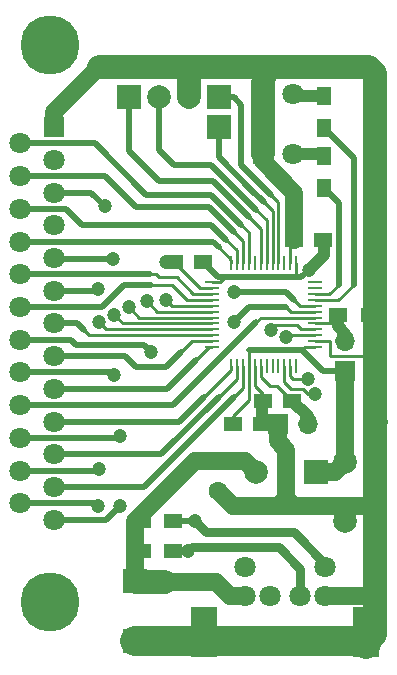
<source format=gbr>
G04 #@! TF.FileFunction,Copper,L2,Bot,Signal*
%FSLAX46Y46*%
G04 Gerber Fmt 4.6, Leading zero omitted, Abs format (unit mm)*
G04 Created by KiCad (PCBNEW 4.0.7) date Thu Jun  7 20:11:30 2018*
%MOMM*%
%LPD*%
G01*
G04 APERTURE LIST*
%ADD10C,0.100000*%
%ADD11R,1.600000X1.600000*%
%ADD12C,1.600000*%
%ADD13C,2.000000*%
%ADD14R,1.500000X1.250000*%
%ADD15R,0.250000X1.300000*%
%ADD16R,1.300000X0.250000*%
%ADD17R,1.700000X1.700000*%
%ADD18O,1.700000X1.700000*%
%ADD19R,2.000000X2.000000*%
%ADD20R,1.500000X1.300000*%
%ADD21R,1.300000X1.500000*%
%ADD22R,1.800000X1.800000*%
%ADD23C,1.800000*%
%ADD24R,2.200000X2.200000*%
%ADD25C,5.000000*%
%ADD26C,1.200000*%
%ADD27C,1.500000*%
%ADD28C,2.000000*%
%ADD29C,1.250000*%
%ADD30C,1.000000*%
%ADD31C,2.500000*%
%ADD32C,0.250000*%
%ADD33C,0.500000*%
%ADD34C,0.750000*%
G04 APERTURE END LIST*
D10*
D11*
X102775000Y-136235000D03*
D12*
X102775000Y-138735000D03*
D13*
X98330000Y-151475000D03*
X98330000Y-146475000D03*
D11*
X113570000Y-133060000D03*
D12*
X116070000Y-133060000D03*
D13*
X113570000Y-141315000D03*
X113570000Y-136315000D03*
D14*
X106605000Y-131155000D03*
X109105000Y-131155000D03*
X99080000Y-119380000D03*
X101580000Y-119380000D03*
X106565000Y-133060000D03*
X104065000Y-133060000D03*
X109240000Y-117475000D03*
X111740000Y-117475000D03*
D15*
X109430000Y-128175000D03*
X108930000Y-128175000D03*
X108430000Y-128175000D03*
X107930000Y-128175000D03*
X107430000Y-128175000D03*
X106930000Y-128175000D03*
X106430000Y-128175000D03*
X105930000Y-128175000D03*
X105430000Y-128175000D03*
X104930000Y-128175000D03*
X104430000Y-128175000D03*
X103930000Y-128175000D03*
D16*
X102330000Y-126575000D03*
X102330000Y-126075000D03*
X102330000Y-125575000D03*
X102330000Y-125075000D03*
X102330000Y-124575000D03*
X102330000Y-124075000D03*
X102330000Y-123575000D03*
X102330000Y-123075000D03*
X102330000Y-122575000D03*
X102330000Y-122075000D03*
X102330000Y-121575000D03*
X102330000Y-121075000D03*
D15*
X103930000Y-119475000D03*
X104430000Y-119475000D03*
X104930000Y-119475000D03*
X105430000Y-119475000D03*
X105930000Y-119475000D03*
X106430000Y-119475000D03*
X106930000Y-119475000D03*
X107430000Y-119475000D03*
X107930000Y-119475000D03*
X108430000Y-119475000D03*
X108930000Y-119475000D03*
X109430000Y-119475000D03*
D16*
X111030000Y-121075000D03*
X111030000Y-121575000D03*
X111030000Y-122075000D03*
X111030000Y-122575000D03*
X111030000Y-123075000D03*
X111030000Y-123575000D03*
X111030000Y-124075000D03*
X111030000Y-124575000D03*
X111030000Y-125075000D03*
X111030000Y-125575000D03*
X111030000Y-126075000D03*
X111030000Y-126575000D03*
D17*
X113570000Y-128615000D03*
D18*
X113570000Y-126075000D03*
D19*
X95790000Y-146395000D03*
X95790000Y-151475000D03*
X102870000Y-107950000D03*
X102870000Y-105410000D03*
D20*
X115650000Y-123825000D03*
X112950000Y-123825000D03*
X99045000Y-141315000D03*
X96345000Y-141315000D03*
X99045000Y-143855000D03*
X96345000Y-143855000D03*
D21*
X111760000Y-110410000D03*
X111760000Y-113110000D03*
X111760000Y-105330000D03*
X111760000Y-108030000D03*
D22*
X106585000Y-110200000D03*
D23*
X109125000Y-110200000D03*
D22*
X106585000Y-105120000D03*
D23*
X109125000Y-105120000D03*
X107190000Y-147685000D03*
X109790000Y-147685000D03*
X111890000Y-145185000D03*
X105090000Y-145185000D03*
X105090000Y-147685000D03*
X111890000Y-147685000D03*
D24*
X101632000Y-149697000D03*
X101632000Y-151729000D03*
X101632000Y-150713000D03*
X115348000Y-149697000D03*
X115348000Y-151729000D03*
X115348000Y-150713000D03*
X107220000Y-151475000D03*
X109760000Y-151475000D03*
X108490000Y-151475000D03*
D19*
X95250000Y-105410000D03*
D13*
X97790000Y-105410000D03*
X100330000Y-105410000D03*
D22*
X88900000Y-107950000D03*
D23*
X88900000Y-110720000D03*
X88900000Y-113490000D03*
X88900000Y-116260000D03*
X88900000Y-119030000D03*
X88900000Y-121800000D03*
X88900000Y-124570000D03*
X88900000Y-127340000D03*
X88900000Y-130110000D03*
X88900000Y-132880000D03*
X88900000Y-135650000D03*
X88900000Y-138420000D03*
X88900000Y-141190000D03*
X86060000Y-109335000D03*
X86060000Y-112105000D03*
X86060000Y-114875000D03*
X86060000Y-117645000D03*
X86060000Y-120415000D03*
X86060000Y-123185000D03*
X86060000Y-125955000D03*
X86060000Y-128725000D03*
X86060000Y-131495000D03*
X86060000Y-134265000D03*
X86060000Y-137035000D03*
X86060000Y-139805000D03*
D25*
X88600000Y-101020000D03*
X88600000Y-148120000D03*
D17*
X107855000Y-133060000D03*
D18*
X110395000Y-133060000D03*
D13*
X108585000Y-139700000D03*
X106045000Y-137160000D03*
D19*
X111125000Y-137160000D03*
D26*
X98425000Y-119380000D03*
X110490000Y-120015000D03*
X100235000Y-143855000D03*
X110395000Y-129250000D03*
X100870000Y-141315000D03*
X111030000Y-130520000D03*
X93885000Y-119090000D03*
X93980000Y-123825000D03*
X92615000Y-121630000D03*
X92710000Y-124460000D03*
X93250000Y-114645000D03*
X98425000Y-122555000D03*
X95250000Y-123190000D03*
X92615000Y-140045000D03*
X92710000Y-136906000D03*
X96774000Y-122682000D03*
X104140000Y-121920000D03*
X97155000Y-127000000D03*
X104140000Y-124460000D03*
X93980000Y-128905000D03*
X107315000Y-125095000D03*
X94488000Y-134112000D03*
X94520000Y-140045000D03*
X108585000Y-125730000D03*
D27*
X102775000Y-136235000D02*
X105120000Y-136235000D01*
X105120000Y-136235000D02*
X106045000Y-137160000D01*
D28*
X98330000Y-146475000D02*
X95870000Y-146475000D01*
X95870000Y-146475000D02*
X95790000Y-146395000D01*
D27*
X98330000Y-146475000D02*
X102660000Y-146475000D01*
X105090000Y-147685000D02*
X103870000Y-147685000D01*
X103870000Y-147685000D02*
X102660000Y-146475000D01*
D29*
X103870000Y-147685000D02*
X102660000Y-146475000D01*
D30*
X96345000Y-143855000D02*
X95790000Y-143855000D01*
D27*
X95790000Y-146395000D02*
X95790000Y-144490000D01*
X95790000Y-144490000D02*
X95790000Y-141315000D01*
X100870000Y-136235000D02*
X103410000Y-136235000D01*
X95790000Y-141315000D02*
X100870000Y-136235000D01*
X108585000Y-139700000D02*
X108585000Y-135255000D01*
X107855000Y-134525000D02*
X107855000Y-133060000D01*
X108585000Y-135255000D02*
X107855000Y-134525000D01*
X104085000Y-140045000D02*
X102775000Y-138735000D01*
X108490000Y-140045000D02*
X104085000Y-140045000D01*
D30*
X99080000Y-119380000D02*
X98425000Y-119380000D01*
D28*
X92710000Y-102870000D02*
X100330000Y-102870000D01*
D31*
X115094000Y-151475000D02*
X115348000Y-151729000D01*
D27*
X109240000Y-117475000D02*
X109240000Y-113490000D01*
X109240000Y-113490000D02*
X106585000Y-110835000D01*
X106585000Y-110835000D02*
X106585000Y-110200000D01*
D32*
X111030000Y-126075000D02*
X112300000Y-126075000D01*
X112300000Y-127345000D02*
X116110000Y-127345000D01*
X112300000Y-126075000D02*
X112300000Y-127345000D01*
D33*
X115650000Y-123825000D02*
X116110000Y-123825000D01*
X116110000Y-123825000D02*
X116455000Y-124170000D01*
X116455000Y-124170000D02*
X116110000Y-124170000D01*
X116070000Y-133060000D02*
X116070000Y-134290000D01*
X116070000Y-134290000D02*
X116110000Y-134330000D01*
X108490000Y-133695000D02*
X107855000Y-133060000D01*
D27*
X113570000Y-140045000D02*
X113570000Y-141315000D01*
X108450000Y-140005000D02*
X108490000Y-140045000D01*
X113570000Y-140045000D02*
X116110000Y-140045000D01*
X108490000Y-140045000D02*
X113570000Y-140045000D01*
X101632000Y-149697000D02*
X101632000Y-151729000D01*
X101632000Y-151729000D02*
X98584000Y-151729000D01*
X98584000Y-151729000D02*
X98330000Y-151475000D01*
X109760000Y-151475000D02*
X108490000Y-151475000D01*
X108490000Y-151475000D02*
X107220000Y-151475000D01*
X107220000Y-151475000D02*
X104680000Y-151475000D01*
X111890000Y-147685000D02*
X111910000Y-147665000D01*
X111910000Y-147665000D02*
X116110000Y-147665000D01*
D31*
X95790000Y-151475000D02*
X98330000Y-151475000D01*
X98330000Y-151475000D02*
X104680000Y-151475000D01*
X104680000Y-151475000D02*
X115094000Y-151475000D01*
D28*
X116110000Y-150967000D02*
X116110000Y-147665000D01*
X115570000Y-102870000D02*
X106680000Y-102870000D01*
X116110000Y-103410000D02*
X115570000Y-102870000D01*
X116110000Y-134330000D02*
X116110000Y-127345000D01*
X116110000Y-127345000D02*
X116110000Y-124170000D01*
X116110000Y-124170000D02*
X116110000Y-103410000D01*
X116110000Y-140045000D02*
X116110000Y-134330000D01*
X116110000Y-140045000D02*
X116110000Y-147665000D01*
X116110000Y-150967000D02*
X115348000Y-151729000D01*
X116205000Y-132925000D02*
X116070000Y-133060000D01*
D32*
X105930000Y-128175000D02*
X105930000Y-129865000D01*
X105930000Y-129865000D02*
X106605000Y-130540000D01*
X106605000Y-130540000D02*
X106605000Y-131155000D01*
D30*
X107855000Y-133060000D02*
X106565000Y-133060000D01*
X106565000Y-133060000D02*
X106565000Y-131195000D01*
X106565000Y-131195000D02*
X106605000Y-131155000D01*
D27*
X115650000Y-123825000D02*
X116205000Y-123825000D01*
X106680000Y-110490000D02*
X106585000Y-110200000D01*
D28*
X106585000Y-105120000D02*
X106585000Y-110200000D01*
X106585000Y-105120000D02*
X106680000Y-102870000D01*
X100330000Y-105410000D02*
X100330000Y-102870000D01*
X100330000Y-102870000D02*
X106680000Y-102870000D01*
D27*
X88900000Y-107950000D02*
X88900000Y-106680000D01*
X88900000Y-106680000D02*
X92710000Y-102870000D01*
D32*
X108930000Y-119475000D02*
X108930000Y-117785000D01*
X108930000Y-117785000D02*
X109240000Y-117475000D01*
X102330000Y-121575000D02*
X101275000Y-121575000D01*
X101275000Y-121575000D02*
X99080000Y-119380000D01*
D27*
X113570000Y-136315000D02*
X112725000Y-137160000D01*
X112725000Y-137160000D02*
X111125000Y-137160000D01*
D30*
X110490000Y-120015000D02*
X111760000Y-118745000D01*
X111760000Y-117495000D02*
X111740000Y-117475000D01*
X111760000Y-118745000D02*
X111760000Y-117495000D01*
D32*
X102330000Y-121075000D02*
X102949000Y-121075000D01*
X102949000Y-121075000D02*
X103374000Y-120650000D01*
D33*
X109220000Y-120650000D02*
X103374000Y-120650000D01*
X103374000Y-120650000D02*
X102850000Y-120650000D01*
X102850000Y-120650000D02*
X101580000Y-119380000D01*
D27*
X113570000Y-133060000D02*
X113570000Y-128615000D01*
X113570000Y-136315000D02*
X113570000Y-133060000D01*
D32*
X104065000Y-133060000D02*
X104065000Y-132405000D01*
X104065000Y-132405000D02*
X105430000Y-131040000D01*
X105430000Y-128175000D02*
X105430000Y-131040000D01*
X111030000Y-126575000D02*
X110149000Y-126575000D01*
X110149000Y-126575000D02*
X109887000Y-126837000D01*
X105430000Y-128175000D02*
X105430000Y-126849000D01*
D33*
X105430000Y-126849000D02*
X105442000Y-126837000D01*
X105442000Y-126837000D02*
X109887000Y-126837000D01*
X111665000Y-128615000D02*
X113570000Y-128615000D01*
X109887000Y-126837000D02*
X111665000Y-128615000D01*
X112935000Y-128615000D02*
X113570000Y-128615000D01*
X109855000Y-120650000D02*
X110490000Y-120015000D01*
X109220000Y-120650000D02*
X109855000Y-120650000D01*
X102330000Y-120130000D02*
X101580000Y-119380000D01*
D32*
X109430000Y-120440000D02*
X109430000Y-119475000D01*
X109220000Y-120650000D02*
X109430000Y-120440000D01*
X102330000Y-120130000D02*
X101580000Y-119380000D01*
X106430000Y-128175000D02*
X106430000Y-129095000D01*
X107835000Y-129885000D02*
X109105000Y-131155000D01*
X107220000Y-129885000D02*
X107835000Y-129885000D01*
X106430000Y-129095000D02*
X107220000Y-129885000D01*
D30*
X110395000Y-133060000D02*
X110395000Y-132445000D01*
X110395000Y-132445000D02*
X109105000Y-131155000D01*
D34*
X109790000Y-147685000D02*
X109790000Y-145350000D01*
X100580000Y-143510000D02*
X100235000Y-143855000D01*
X107950000Y-143510000D02*
X100580000Y-143510000D01*
X109790000Y-145350000D02*
X107950000Y-143510000D01*
D32*
X108930000Y-128175000D02*
X108930000Y-129055000D01*
X109125000Y-129250000D02*
X110395000Y-129250000D01*
X108930000Y-129055000D02*
X109125000Y-129250000D01*
D33*
X100235000Y-143855000D02*
X99680000Y-143855000D01*
D34*
X100870000Y-141315000D02*
X101795000Y-142240000D01*
X101795000Y-142240000D02*
X109220000Y-142240000D01*
X111890000Y-145185000D02*
X111890000Y-144910000D01*
X111890000Y-144910000D02*
X109220000Y-142240000D01*
D32*
X110014000Y-130139000D02*
X110395000Y-130520000D01*
X110395000Y-130520000D02*
X111030000Y-130520000D01*
X108430000Y-128175000D02*
X108430000Y-129571000D01*
X108998000Y-130139000D02*
X110014000Y-130139000D01*
X108430000Y-129571000D02*
X108998000Y-130139000D01*
D33*
X99680000Y-141315000D02*
X100870000Y-141315000D01*
X88900000Y-138420000D02*
X96530000Y-138420000D01*
D32*
X104930000Y-130020000D02*
X104140000Y-130810000D01*
X104930000Y-130020000D02*
X104930000Y-128175000D01*
D33*
X96530000Y-138420000D02*
X104140000Y-130810000D01*
X88900000Y-135650000D02*
X98030000Y-135650000D01*
D32*
X104430000Y-129250000D02*
X102870000Y-130810000D01*
X104430000Y-129250000D02*
X104430000Y-128175000D01*
D33*
X98030000Y-135650000D02*
X102870000Y-130810000D01*
X88900000Y-132880000D02*
X99530000Y-132880000D01*
D32*
X101600000Y-130810000D02*
X103930000Y-128480000D01*
D33*
X99530000Y-132880000D02*
X101600000Y-130810000D01*
D32*
X103930000Y-128175000D02*
X103930000Y-128480000D01*
D33*
X88960000Y-119090000D02*
X93885000Y-119090000D01*
X88900000Y-119030000D02*
X88960000Y-119090000D01*
D32*
X102330000Y-124575000D02*
X94730000Y-124575000D01*
X94730000Y-124575000D02*
X93980000Y-123825000D01*
X102330000Y-126075000D02*
X100620000Y-126075000D01*
D33*
X99695000Y-127000000D02*
X98425000Y-128270000D01*
D32*
X100620000Y-126075000D02*
X99695000Y-127000000D01*
D33*
X94955000Y-127340000D02*
X88900000Y-127340000D01*
X94955000Y-127340000D02*
X95885000Y-128270000D01*
X95885000Y-128270000D02*
X98425000Y-128270000D01*
X90915000Y-124570000D02*
X91440000Y-125095000D01*
X90915000Y-124570000D02*
X88900000Y-124570000D01*
D32*
X91920000Y-125575000D02*
X91440000Y-125095000D01*
X91920000Y-125575000D02*
X102330000Y-125575000D01*
D33*
X88900000Y-121800000D02*
X92445000Y-121800000D01*
X92445000Y-121800000D02*
X92615000Y-121630000D01*
D32*
X102330000Y-125075000D02*
X93325000Y-125075000D01*
X93325000Y-125075000D02*
X92710000Y-124460000D01*
X102330000Y-126575000D02*
X102025000Y-126575000D01*
X102025000Y-126575000D02*
X100965000Y-127635000D01*
D33*
X88900000Y-130110000D02*
X98490000Y-130110000D01*
X98490000Y-130110000D02*
X100965000Y-127635000D01*
X92095000Y-113490000D02*
X93250000Y-114645000D01*
X88900000Y-113490000D02*
X92095000Y-113490000D01*
D32*
X102330000Y-123075000D02*
X98945000Y-123075000D01*
X98945000Y-123075000D02*
X98425000Y-122555000D01*
D33*
X86060000Y-139805000D02*
X92375000Y-139805000D01*
D32*
X96135000Y-124075000D02*
X102330000Y-124075000D01*
X96135000Y-124075000D02*
X95250000Y-123190000D01*
D33*
X92375000Y-139805000D02*
X92615000Y-140045000D01*
D32*
X102330000Y-123575000D02*
X97667000Y-123575000D01*
D33*
X92581000Y-137035000D02*
X92710000Y-136906000D01*
X92581000Y-137035000D02*
X86060000Y-137035000D01*
D32*
X97667000Y-123575000D02*
X96774000Y-122682000D01*
D33*
X102044500Y-114744500D02*
X95889500Y-114744500D01*
X93250000Y-112105000D02*
X86060000Y-112105000D01*
X95889500Y-114744500D02*
X93250000Y-112105000D01*
D32*
X104930000Y-119475000D02*
X104930000Y-117630000D01*
D33*
X102044500Y-114744500D02*
X104140000Y-116840000D01*
D32*
X104930000Y-117630000D02*
X104140000Y-116840000D01*
D33*
X102235000Y-113665000D02*
X96715000Y-113665000D01*
X92385000Y-109335000D02*
X86060000Y-109335000D01*
X96715000Y-113665000D02*
X92385000Y-109335000D01*
X102235000Y-113665000D02*
X104775000Y-116205000D01*
D32*
X105430000Y-119475000D02*
X105430000Y-116860000D01*
X105430000Y-116860000D02*
X104775000Y-116205000D01*
D33*
X108585000Y-121920000D02*
X109220000Y-122555000D01*
D32*
X109740000Y-123075000D02*
X109220000Y-122555000D01*
X111030000Y-123075000D02*
X109740000Y-123075000D01*
D33*
X108585000Y-121920000D02*
X104140000Y-121920000D01*
X90805000Y-126365000D02*
X96520000Y-126365000D01*
X90395000Y-125955000D02*
X90805000Y-126365000D01*
X86060000Y-125955000D02*
X90395000Y-125955000D01*
X96520000Y-126365000D02*
X97155000Y-127000000D01*
D32*
X111030000Y-123575000D02*
X108970000Y-123575000D01*
D33*
X108585000Y-123190000D02*
X105410000Y-123190000D01*
D32*
X108970000Y-123575000D02*
X108585000Y-123190000D01*
D33*
X104140000Y-124460000D02*
X105410000Y-123190000D01*
X93800000Y-128725000D02*
X86060000Y-128725000D01*
X93800000Y-128725000D02*
X93980000Y-128905000D01*
X86060000Y-131495000D02*
X99010000Y-131495000D01*
X99010000Y-131495000D02*
X106045000Y-124460000D01*
D32*
X111030000Y-124075000D02*
X106430000Y-124075000D01*
X106430000Y-124075000D02*
X106045000Y-124460000D01*
D33*
X94335000Y-134265000D02*
X86060000Y-134265000D01*
D32*
X109474000Y-124714000D02*
X107696000Y-124714000D01*
X107696000Y-124714000D02*
X107315000Y-125095000D01*
X111030000Y-125075000D02*
X109835000Y-125075000D01*
X109835000Y-125075000D02*
X109474000Y-124714000D01*
D33*
X94335000Y-134265000D02*
X94488000Y-134112000D01*
D32*
X106430000Y-119475000D02*
X106430000Y-116590000D01*
X106430000Y-116590000D02*
X105410000Y-115570000D01*
D33*
X95250000Y-105410000D02*
X95250000Y-109982000D01*
X102362000Y-112522000D02*
X105410000Y-115570000D01*
X97790000Y-112522000D02*
X102362000Y-112522000D01*
X95250000Y-109982000D02*
X97790000Y-112522000D01*
D32*
X106930000Y-115820000D02*
X106045000Y-114935000D01*
X106930000Y-119475000D02*
X106930000Y-115820000D01*
D33*
X97790000Y-109855000D02*
X97790000Y-105410000D01*
X99060000Y-111125000D02*
X97790000Y-109855000D01*
X102235000Y-111125000D02*
X99060000Y-111125000D01*
X106045000Y-114935000D02*
X102235000Y-111125000D01*
X105727500Y-113347500D02*
X106680000Y-114300000D01*
X102870000Y-107950000D02*
X102870000Y-110490000D01*
X102870000Y-110490000D02*
X105727500Y-113347500D01*
X105727500Y-113347500D02*
X106426000Y-114046000D01*
D32*
X107430000Y-115050000D02*
X106680000Y-114300000D01*
X107430000Y-119475000D02*
X107430000Y-115050000D01*
X106680000Y-114300000D02*
X106426000Y-114046000D01*
X106426000Y-114046000D02*
X102870000Y-110490000D01*
D33*
X104140000Y-105410000D02*
X102870000Y-105410000D01*
X104775000Y-106045000D02*
X104140000Y-105410000D01*
X104775000Y-111125000D02*
X104775000Y-106045000D01*
X107315000Y-113665000D02*
X104775000Y-111125000D01*
D32*
X107930000Y-114280000D02*
X107315000Y-113665000D01*
X107930000Y-119475000D02*
X107930000Y-114280000D01*
D33*
X88900000Y-141190000D02*
X93375000Y-141190000D01*
X93375000Y-141190000D02*
X94520000Y-140045000D01*
D32*
X111030000Y-125575000D02*
X108740000Y-125575000D01*
X108740000Y-125575000D02*
X108585000Y-125730000D01*
D33*
X86060000Y-123185000D02*
X92965000Y-123185000D01*
X94865000Y-121285000D02*
X97155000Y-121285000D01*
X92965000Y-123185000D02*
X94865000Y-121285000D01*
D32*
X102330000Y-122575000D02*
X100223000Y-122575000D01*
X98933000Y-121285000D02*
X97155000Y-121285000D01*
X98933000Y-121285000D02*
X100223000Y-122575000D01*
X97555000Y-120415000D02*
X97047000Y-120415000D01*
X102330000Y-122075000D02*
X100739000Y-122075000D01*
X100739000Y-122075000D02*
X99314000Y-120650000D01*
X97790000Y-120650000D02*
X97555000Y-120415000D01*
X99314000Y-120650000D02*
X97790000Y-120650000D01*
D33*
X86060000Y-120415000D02*
X97047000Y-120415000D01*
D30*
X113570000Y-126075000D02*
X113570000Y-125440000D01*
X113570000Y-125440000D02*
X112950000Y-124820000D01*
X112950000Y-124820000D02*
X112950000Y-123825000D01*
D32*
X111030000Y-124575000D02*
X113030000Y-124575000D01*
X113030000Y-124575000D02*
X113030000Y-124460000D01*
X113030000Y-124460000D02*
X112950000Y-123825000D01*
D30*
X113030000Y-123905000D02*
X112950000Y-123825000D01*
D32*
X103930000Y-119475000D02*
X103930000Y-119170000D01*
X103930000Y-119170000D02*
X102870000Y-118110000D01*
D33*
X102405000Y-117645000D02*
X102870000Y-118110000D01*
X86060000Y-117645000D02*
X102405000Y-117645000D01*
D32*
X104430000Y-119475000D02*
X104430000Y-118400000D01*
X104430000Y-118400000D02*
X103505000Y-117475000D01*
D33*
X89983000Y-114875000D02*
X91313000Y-116205000D01*
X102235000Y-116205000D02*
X103505000Y-117475000D01*
X91313000Y-116205000D02*
X102235000Y-116205000D01*
X86060000Y-114875000D02*
X89983000Y-114875000D01*
D30*
X109125000Y-110200000D02*
X111550000Y-110200000D01*
X111550000Y-110200000D02*
X111760000Y-110410000D01*
X111760000Y-105330000D02*
X109335000Y-105330000D01*
X111760000Y-105330000D02*
X111680000Y-105410000D01*
X109335000Y-105330000D02*
X109125000Y-105120000D01*
D33*
X113030000Y-121285000D02*
X113030000Y-114380000D01*
X113030000Y-114380000D02*
X111760000Y-113110000D01*
D32*
X111030000Y-122075000D02*
X112240000Y-122075000D01*
X112240000Y-122075000D02*
X113030000Y-121285000D01*
D33*
X114300000Y-121285000D02*
X114300000Y-110570000D01*
D32*
X111030000Y-122575000D02*
X113010000Y-122575000D01*
X113010000Y-122575000D02*
X114300000Y-121285000D01*
D33*
X114300000Y-110570000D02*
X111760000Y-108030000D01*
M02*

</source>
